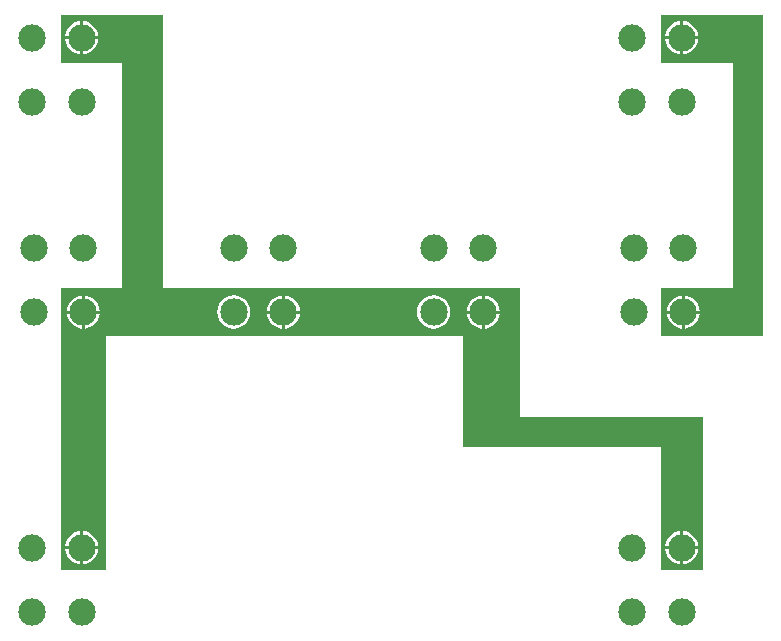
<source format=gtl>
%FSLAX23Y23*%
%MOIN*%
G70*
G01*
G75*
G04 Layer_Physical_Order=1*
G04 Layer_Color=255*
%ADD10C,0.091*%
G36*
X2750Y1320D02*
X2410D01*
Y1480D01*
X2650D01*
Y2230D01*
X2410D01*
Y2390D01*
X2750D01*
Y1320D01*
D02*
G37*
G36*
X750Y1480D02*
X1940D01*
Y1320D01*
Y1050D01*
X2550D01*
Y540D01*
X2410D01*
Y950D01*
X1750D01*
Y1320D01*
X560D01*
Y540D01*
X410D01*
Y1320D01*
Y1480D01*
X614D01*
Y2230D01*
X410D01*
Y2390D01*
X750D01*
Y1480D01*
D02*
G37*
%LPC*%
G36*
X480Y1395D02*
X430D01*
X431Y1386D01*
X437Y1372D01*
X446Y1361D01*
X457Y1352D01*
X471Y1346D01*
X480Y1345D01*
Y1395D01*
D02*
G37*
G36*
X1653Y1456D02*
X1639Y1454D01*
X1625Y1448D01*
X1614Y1439D01*
X1605Y1428D01*
X1599Y1414D01*
X1598Y1400D01*
X1599Y1386D01*
X1605Y1372D01*
X1614Y1361D01*
X1625Y1352D01*
X1639Y1346D01*
X1653Y1344D01*
X1668Y1346D01*
X1681Y1352D01*
X1693Y1361D01*
X1702Y1372D01*
X1707Y1386D01*
X1709Y1400D01*
X1707Y1414D01*
X1702Y1428D01*
X1693Y1439D01*
X1681Y1448D01*
X1668Y1454D01*
X1653Y1456D01*
D02*
G37*
G36*
X987D02*
X972Y1454D01*
X959Y1448D01*
X947Y1439D01*
X938Y1428D01*
X933Y1414D01*
X931Y1400D01*
X933Y1386D01*
X938Y1372D01*
X947Y1361D01*
X959Y1352D01*
X972Y1346D01*
X987Y1344D01*
X1001Y1346D01*
X1015Y1352D01*
X1026Y1361D01*
X1035Y1372D01*
X1041Y1386D01*
X1042Y1400D01*
X1041Y1414D01*
X1035Y1428D01*
X1026Y1439D01*
X1015Y1448D01*
X1001Y1454D01*
X987Y1456D01*
D02*
G37*
G36*
X540Y1395D02*
X490D01*
Y1345D01*
X499Y1346D01*
X513Y1352D01*
X524Y1361D01*
X533Y1372D01*
X539Y1386D01*
X540Y1395D01*
D02*
G37*
G36*
X1813D02*
X1763D01*
X1764Y1386D01*
X1770Y1372D01*
X1779Y1361D01*
X1790Y1352D01*
X1804Y1346D01*
X1813Y1345D01*
Y1395D01*
D02*
G37*
G36*
X1873D02*
X1823D01*
Y1345D01*
X1833Y1346D01*
X1846Y1352D01*
X1858Y1361D01*
X1867Y1372D01*
X1872Y1386D01*
X1873Y1395D01*
D02*
G37*
G36*
X1147D02*
X1097D01*
X1098Y1386D01*
X1103Y1372D01*
X1112Y1361D01*
X1124Y1352D01*
X1137Y1346D01*
X1147Y1345D01*
Y1395D01*
D02*
G37*
G36*
X1207D02*
X1157D01*
Y1345D01*
X1166Y1346D01*
X1180Y1352D01*
X1191Y1361D01*
X1200Y1372D01*
X1206Y1386D01*
X1207Y1395D01*
D02*
G37*
G36*
X2475Y610D02*
X2425D01*
X2426Y601D01*
X2432Y587D01*
X2441Y576D01*
X2452Y567D01*
X2466Y561D01*
X2475Y560D01*
Y610D01*
D02*
G37*
G36*
X2535D02*
X2485D01*
Y560D01*
X2494Y561D01*
X2508Y567D01*
X2519Y576D01*
X2528Y587D01*
X2534Y601D01*
X2535Y610D01*
D02*
G37*
G36*
X475D02*
X425D01*
X426Y601D01*
X432Y587D01*
X441Y576D01*
X452Y567D01*
X466Y561D01*
X475Y560D01*
Y610D01*
D02*
G37*
G36*
X535D02*
X485D01*
Y560D01*
X494Y561D01*
X508Y567D01*
X519Y576D01*
X528Y587D01*
X534Y601D01*
X535Y610D01*
D02*
G37*
G36*
X2475Y670D02*
X2466Y669D01*
X2452Y663D01*
X2441Y654D01*
X2432Y643D01*
X2426Y629D01*
X2425Y620D01*
X2475D01*
Y670D01*
D02*
G37*
G36*
X2485D02*
Y620D01*
X2535D01*
X2534Y629D01*
X2528Y643D01*
X2519Y654D01*
X2508Y663D01*
X2494Y669D01*
X2485Y670D01*
D02*
G37*
G36*
X475D02*
X466Y669D01*
X452Y663D01*
X441Y654D01*
X432Y643D01*
X426Y629D01*
X425Y620D01*
X475D01*
Y670D01*
D02*
G37*
G36*
X485D02*
Y620D01*
X535D01*
X534Y629D01*
X528Y643D01*
X519Y654D01*
X508Y663D01*
X494Y669D01*
X485Y670D01*
D02*
G37*
G36*
X535Y2310D02*
X485D01*
Y2260D01*
X494Y2261D01*
X508Y2267D01*
X519Y2276D01*
X528Y2287D01*
X534Y2301D01*
X535Y2310D01*
D02*
G37*
G36*
X2475D02*
X2425D01*
X2426Y2301D01*
X2432Y2287D01*
X2441Y2276D01*
X2452Y2267D01*
X2466Y2261D01*
X2475Y2260D01*
Y2310D01*
D02*
G37*
G36*
X2490Y1455D02*
Y1405D01*
X2540D01*
X2539Y1414D01*
X2533Y1428D01*
X2524Y1439D01*
X2513Y1448D01*
X2499Y1454D01*
X2490Y1455D01*
D02*
G37*
G36*
X475Y2310D02*
X425D01*
X426Y2301D01*
X432Y2287D01*
X441Y2276D01*
X452Y2267D01*
X466Y2261D01*
X475Y2260D01*
Y2310D01*
D02*
G37*
G36*
X2535D02*
X2485D01*
Y2260D01*
X2494Y2261D01*
X2508Y2267D01*
X2519Y2276D01*
X2528Y2287D01*
X2534Y2301D01*
X2535Y2310D01*
D02*
G37*
G36*
X2475Y2370D02*
X2466Y2369D01*
X2452Y2363D01*
X2441Y2354D01*
X2432Y2343D01*
X2426Y2329D01*
X2425Y2320D01*
X2475D01*
Y2370D01*
D02*
G37*
G36*
X2485D02*
Y2320D01*
X2535D01*
X2534Y2329D01*
X2528Y2343D01*
X2519Y2354D01*
X2508Y2363D01*
X2494Y2369D01*
X2485Y2370D01*
D02*
G37*
G36*
X475D02*
X466Y2369D01*
X452Y2363D01*
X441Y2354D01*
X432Y2343D01*
X426Y2329D01*
X425Y2320D01*
X475D01*
Y2370D01*
D02*
G37*
G36*
X485D02*
Y2320D01*
X535D01*
X534Y2329D01*
X528Y2343D01*
X519Y2354D01*
X508Y2363D01*
X494Y2369D01*
X485Y2370D01*
D02*
G37*
G36*
X480Y1455D02*
X471Y1454D01*
X457Y1448D01*
X446Y1439D01*
X437Y1428D01*
X431Y1414D01*
X430Y1405D01*
X480D01*
Y1455D01*
D02*
G37*
G36*
X490D02*
Y1405D01*
X540D01*
X539Y1414D01*
X533Y1428D01*
X524Y1439D01*
X513Y1448D01*
X499Y1454D01*
X490Y1455D01*
D02*
G37*
G36*
X2480Y1395D02*
X2430D01*
X2431Y1386D01*
X2437Y1372D01*
X2446Y1361D01*
X2457Y1352D01*
X2471Y1346D01*
X2480Y1345D01*
Y1395D01*
D02*
G37*
G36*
X2540D02*
X2490D01*
Y1345D01*
X2499Y1346D01*
X2513Y1352D01*
X2524Y1361D01*
X2533Y1372D01*
X2539Y1386D01*
X2540Y1395D01*
D02*
G37*
G36*
X1147Y1455D02*
X1137Y1454D01*
X1124Y1448D01*
X1112Y1439D01*
X1103Y1428D01*
X1098Y1414D01*
X1097Y1405D01*
X1147D01*
Y1455D01*
D02*
G37*
G36*
X1823D02*
Y1405D01*
X1873D01*
X1872Y1414D01*
X1867Y1428D01*
X1858Y1439D01*
X1846Y1448D01*
X1833Y1454D01*
X1823Y1455D01*
D02*
G37*
G36*
X2480D02*
X2471Y1454D01*
X2457Y1448D01*
X2446Y1439D01*
X2437Y1428D01*
X2431Y1414D01*
X2430Y1405D01*
X2480D01*
Y1455D01*
D02*
G37*
G36*
X1157D02*
Y1405D01*
X1207D01*
X1206Y1414D01*
X1200Y1428D01*
X1191Y1439D01*
X1180Y1448D01*
X1166Y1454D01*
X1157Y1455D01*
D02*
G37*
G36*
X1813D02*
X1804Y1454D01*
X1790Y1448D01*
X1779Y1439D01*
X1770Y1428D01*
X1764Y1414D01*
X1763Y1405D01*
X1813D01*
Y1455D01*
D02*
G37*
%LPD*%
D10*
X2315Y2315D02*
D03*
X2480D02*
D03*
Y2100D02*
D03*
X2315D02*
D03*
Y615D02*
D03*
X2480D02*
D03*
Y400D02*
D03*
X2315D02*
D03*
X315Y615D02*
D03*
X480D02*
D03*
Y400D02*
D03*
X315D02*
D03*
Y2315D02*
D03*
X480D02*
D03*
Y2100D02*
D03*
X315D02*
D03*
X485Y1615D02*
D03*
X320D02*
D03*
Y1400D02*
D03*
X485D02*
D03*
X1152Y1615D02*
D03*
X987D02*
D03*
Y1400D02*
D03*
X1152D02*
D03*
X1818Y1615D02*
D03*
X1653D02*
D03*
Y1400D02*
D03*
X1818D02*
D03*
X2485Y1615D02*
D03*
X2320D02*
D03*
Y1400D02*
D03*
X2485D02*
D03*
M02*

</source>
